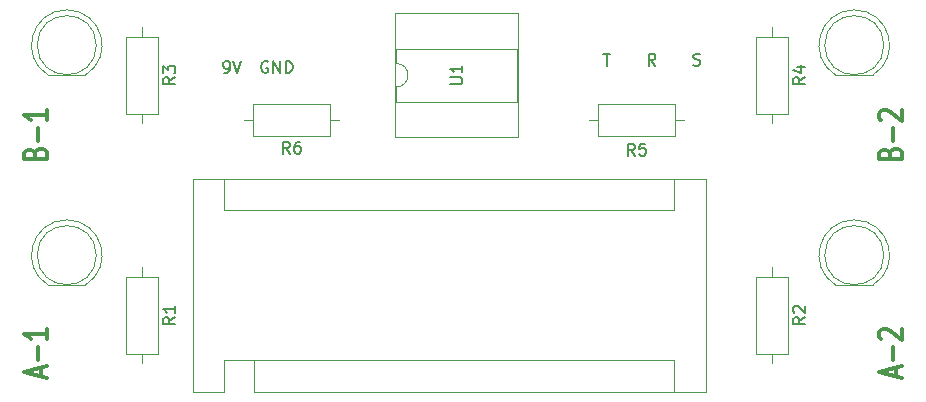
<source format=gbr>
G04 #@! TF.GenerationSoftware,KiCad,Pcbnew,(5.0.1-3-g963ef8bb5)*
G04 #@! TF.CreationDate,2019-07-11T22:25:35+01:00*
G04 #@! TF.ProjectId,KatanaSwitch,4B6174616E615377697463682E6B6963,rev?*
G04 #@! TF.SameCoordinates,Original*
G04 #@! TF.FileFunction,Legend,Top*
G04 #@! TF.FilePolarity,Positive*
%FSLAX46Y46*%
G04 Gerber Fmt 4.6, Leading zero omitted, Abs format (unit mm)*
G04 Created by KiCad (PCBNEW (5.0.1-3-g963ef8bb5)) date Thursday, 11 July 2019 at 22:25:35*
%MOMM*%
%LPD*%
G01*
G04 APERTURE LIST*
%ADD10C,0.150000*%
%ADD11C,0.300000*%
%ADD12C,0.120000*%
G04 APERTURE END LIST*
D10*
X167949523Y-89352380D02*
X167616190Y-88876190D01*
X167378095Y-89352380D02*
X167378095Y-88352380D01*
X167759047Y-88352380D01*
X167854285Y-88400000D01*
X167901904Y-88447619D01*
X167949523Y-88542857D01*
X167949523Y-88685714D01*
X167901904Y-88780952D01*
X167854285Y-88828571D01*
X167759047Y-88876190D01*
X167378095Y-88876190D01*
X163544285Y-88352380D02*
X164115714Y-88352380D01*
X163830000Y-89352380D02*
X163830000Y-88352380D01*
D11*
X115427142Y-96785714D02*
X115522380Y-96571428D01*
X115617619Y-96500000D01*
X115808095Y-96428571D01*
X116093809Y-96428571D01*
X116284285Y-96500000D01*
X116379523Y-96571428D01*
X116474761Y-96714285D01*
X116474761Y-97285714D01*
X114474761Y-97285714D01*
X114474761Y-96785714D01*
X114570000Y-96642857D01*
X114665238Y-96571428D01*
X114855714Y-96500000D01*
X115046190Y-96500000D01*
X115236666Y-96571428D01*
X115331904Y-96642857D01*
X115427142Y-96785714D01*
X115427142Y-97285714D01*
X115712857Y-95785714D02*
X115712857Y-94642857D01*
X116474761Y-93142857D02*
X116474761Y-94000000D01*
X116474761Y-93571428D02*
X114474761Y-93571428D01*
X114760476Y-93714285D01*
X114950952Y-93857142D01*
X115046190Y-94000000D01*
X187817142Y-96785714D02*
X187912380Y-96571428D01*
X188007619Y-96500000D01*
X188198095Y-96428571D01*
X188483809Y-96428571D01*
X188674285Y-96500000D01*
X188769523Y-96571428D01*
X188864761Y-96714285D01*
X188864761Y-97285714D01*
X186864761Y-97285714D01*
X186864761Y-96785714D01*
X186960000Y-96642857D01*
X187055238Y-96571428D01*
X187245714Y-96500000D01*
X187436190Y-96500000D01*
X187626666Y-96571428D01*
X187721904Y-96642857D01*
X187817142Y-96785714D01*
X187817142Y-97285714D01*
X188102857Y-95785714D02*
X188102857Y-94642857D01*
X187055238Y-94000000D02*
X186960000Y-93928571D01*
X186864761Y-93785714D01*
X186864761Y-93428571D01*
X186960000Y-93285714D01*
X187055238Y-93214285D01*
X187245714Y-93142857D01*
X187436190Y-93142857D01*
X187721904Y-93214285D01*
X188864761Y-94071428D01*
X188864761Y-93142857D01*
X188293333Y-115665000D02*
X188293333Y-114950714D01*
X188864761Y-115807857D02*
X186864761Y-115307857D01*
X188864761Y-114807857D01*
X188102857Y-114307857D02*
X188102857Y-113165000D01*
X187055238Y-112522142D02*
X186960000Y-112450714D01*
X186864761Y-112307857D01*
X186864761Y-111950714D01*
X186960000Y-111807857D01*
X187055238Y-111736428D01*
X187245714Y-111665000D01*
X187436190Y-111665000D01*
X187721904Y-111736428D01*
X188864761Y-112593571D01*
X188864761Y-111665000D01*
X115903333Y-115665000D02*
X115903333Y-114950714D01*
X116474761Y-115807857D02*
X114474761Y-115307857D01*
X116474761Y-114807857D01*
X115712857Y-114307857D02*
X115712857Y-113165000D01*
X116474761Y-111665000D02*
X116474761Y-112522142D01*
X116474761Y-112093571D02*
X114474761Y-112093571D01*
X114760476Y-112236428D01*
X114950952Y-112379285D01*
X115046190Y-112522142D01*
D10*
X171164285Y-89304761D02*
X171307142Y-89352380D01*
X171545238Y-89352380D01*
X171640476Y-89304761D01*
X171688095Y-89257142D01*
X171735714Y-89161904D01*
X171735714Y-89066666D01*
X171688095Y-88971428D01*
X171640476Y-88923809D01*
X171545238Y-88876190D01*
X171354761Y-88828571D01*
X171259523Y-88780952D01*
X171211904Y-88733333D01*
X171164285Y-88638095D01*
X171164285Y-88542857D01*
X171211904Y-88447619D01*
X171259523Y-88400000D01*
X171354761Y-88352380D01*
X171592857Y-88352380D01*
X171735714Y-88400000D01*
X135128095Y-89035000D02*
X135032857Y-88987380D01*
X134890000Y-88987380D01*
X134747142Y-89035000D01*
X134651904Y-89130238D01*
X134604285Y-89225476D01*
X134556666Y-89415952D01*
X134556666Y-89558809D01*
X134604285Y-89749285D01*
X134651904Y-89844523D01*
X134747142Y-89939761D01*
X134890000Y-89987380D01*
X134985238Y-89987380D01*
X135128095Y-89939761D01*
X135175714Y-89892142D01*
X135175714Y-89558809D01*
X134985238Y-89558809D01*
X135604285Y-89987380D02*
X135604285Y-88987380D01*
X136175714Y-89987380D01*
X136175714Y-88987380D01*
X136651904Y-89987380D02*
X136651904Y-88987380D01*
X136890000Y-88987380D01*
X137032857Y-89035000D01*
X137128095Y-89130238D01*
X137175714Y-89225476D01*
X137223333Y-89415952D01*
X137223333Y-89558809D01*
X137175714Y-89749285D01*
X137128095Y-89844523D01*
X137032857Y-89939761D01*
X136890000Y-89987380D01*
X136651904Y-89987380D01*
X131460952Y-89987380D02*
X131651428Y-89987380D01*
X131746666Y-89939761D01*
X131794285Y-89892142D01*
X131889523Y-89749285D01*
X131937142Y-89558809D01*
X131937142Y-89177857D01*
X131889523Y-89082619D01*
X131841904Y-89035000D01*
X131746666Y-88987380D01*
X131556190Y-88987380D01*
X131460952Y-89035000D01*
X131413333Y-89082619D01*
X131365714Y-89177857D01*
X131365714Y-89415952D01*
X131413333Y-89511190D01*
X131460952Y-89558809D01*
X131556190Y-89606428D01*
X131746666Y-89606428D01*
X131841904Y-89558809D01*
X131889523Y-89511190D01*
X131937142Y-89415952D01*
X132222857Y-88987380D02*
X132556190Y-89987380D01*
X132889523Y-88987380D01*
D12*
G04 #@! TO.C,A1*
X133985000Y-114300000D02*
X131445000Y-114300000D01*
X131445000Y-114300000D02*
X131445000Y-116970000D01*
X133985000Y-116970000D02*
X172215000Y-116970000D01*
X128775000Y-116970000D02*
X131445000Y-116970000D01*
X131445000Y-101600000D02*
X131445000Y-98930000D01*
X131445000Y-101600000D02*
X169545000Y-101600000D01*
X169545000Y-101600000D02*
X169545000Y-98930000D01*
X133985000Y-114300000D02*
X133985000Y-116970000D01*
X133985000Y-114300000D02*
X169545000Y-114300000D01*
X169545000Y-114300000D02*
X169545000Y-116970000D01*
X172215000Y-116970000D02*
X172215000Y-98930000D01*
X172215000Y-98930000D02*
X128775000Y-98930000D01*
X128775000Y-98930000D02*
X128775000Y-116970000D01*
G04 #@! TO.C,U1*
X145990000Y-89170000D02*
G75*
G02X145990000Y-91170000I0J-1000000D01*
G01*
X145990000Y-91170000D02*
X145990000Y-92420000D01*
X145990000Y-92420000D02*
X156270000Y-92420000D01*
X156270000Y-92420000D02*
X156270000Y-87920000D01*
X156270000Y-87920000D02*
X145990000Y-87920000D01*
X145990000Y-87920000D02*
X145990000Y-89170000D01*
X145930000Y-95420000D02*
X156330000Y-95420000D01*
X156330000Y-95420000D02*
X156330000Y-84920000D01*
X156330000Y-84920000D02*
X145930000Y-84920000D01*
X145930000Y-84920000D02*
X145930000Y-95420000D01*
G04 #@! TO.C,D1*
X118110462Y-102420000D02*
G75*
G03X116565170Y-107970000I-462J-2990000D01*
G01*
X118109538Y-102420000D02*
G75*
G02X119654830Y-107970000I462J-2990000D01*
G01*
X120610000Y-105410000D02*
G75*
G03X120610000Y-105410000I-2500000J0D01*
G01*
X116565000Y-107970000D02*
X119655000Y-107970000D01*
G04 #@! TO.C,D2*
X184785462Y-102420000D02*
G75*
G03X183240170Y-107970000I-462J-2990000D01*
G01*
X184784538Y-102420000D02*
G75*
G02X186329830Y-107970000I462J-2990000D01*
G01*
X187285000Y-105410000D02*
G75*
G03X187285000Y-105410000I-2500000J0D01*
G01*
X183240000Y-107970000D02*
X186330000Y-107970000D01*
G04 #@! TO.C,D3*
X116565000Y-90190000D02*
X119655000Y-90190000D01*
X120610000Y-87630000D02*
G75*
G03X120610000Y-87630000I-2500000J0D01*
G01*
X118109538Y-84640000D02*
G75*
G02X119654830Y-90190000I462J-2990000D01*
G01*
X118110462Y-84640000D02*
G75*
G03X116565170Y-90190000I-462J-2990000D01*
G01*
G04 #@! TO.C,D4*
X183240000Y-90190000D02*
X186330000Y-90190000D01*
X187285000Y-87630000D02*
G75*
G03X187285000Y-87630000I-2500000J0D01*
G01*
X184784538Y-84640000D02*
G75*
G02X186329830Y-90190000I462J-2990000D01*
G01*
X184785462Y-84640000D02*
G75*
G03X183240170Y-90190000I-462J-2990000D01*
G01*
G04 #@! TO.C,R1*
X125830000Y-107220000D02*
X123090000Y-107220000D01*
X123090000Y-107220000D02*
X123090000Y-113760000D01*
X123090000Y-113760000D02*
X125830000Y-113760000D01*
X125830000Y-113760000D02*
X125830000Y-107220000D01*
X124460000Y-106450000D02*
X124460000Y-107220000D01*
X124460000Y-114530000D02*
X124460000Y-113760000D01*
G04 #@! TO.C,R2*
X177800000Y-114530000D02*
X177800000Y-113760000D01*
X177800000Y-106450000D02*
X177800000Y-107220000D01*
X179170000Y-113760000D02*
X179170000Y-107220000D01*
X176430000Y-113760000D02*
X179170000Y-113760000D01*
X176430000Y-107220000D02*
X176430000Y-113760000D01*
X179170000Y-107220000D02*
X176430000Y-107220000D01*
G04 #@! TO.C,R3*
X124460000Y-94210000D02*
X124460000Y-93440000D01*
X124460000Y-86130000D02*
X124460000Y-86900000D01*
X125830000Y-93440000D02*
X125830000Y-86900000D01*
X123090000Y-93440000D02*
X125830000Y-93440000D01*
X123090000Y-86900000D02*
X123090000Y-93440000D01*
X125830000Y-86900000D02*
X123090000Y-86900000D01*
G04 #@! TO.C,R4*
X179170000Y-86900000D02*
X176430000Y-86900000D01*
X176430000Y-86900000D02*
X176430000Y-93440000D01*
X176430000Y-93440000D02*
X179170000Y-93440000D01*
X179170000Y-93440000D02*
X179170000Y-86900000D01*
X177800000Y-86130000D02*
X177800000Y-86900000D01*
X177800000Y-94210000D02*
X177800000Y-93440000D01*
G04 #@! TO.C,R5*
X163100000Y-92610000D02*
X163100000Y-95350000D01*
X163100000Y-95350000D02*
X169640000Y-95350000D01*
X169640000Y-95350000D02*
X169640000Y-92610000D01*
X169640000Y-92610000D02*
X163100000Y-92610000D01*
X162330000Y-93980000D02*
X163100000Y-93980000D01*
X170410000Y-93980000D02*
X169640000Y-93980000D01*
G04 #@! TO.C,R6*
X133120000Y-93980000D02*
X133890000Y-93980000D01*
X141200000Y-93980000D02*
X140430000Y-93980000D01*
X133890000Y-95350000D02*
X140430000Y-95350000D01*
X133890000Y-92610000D02*
X133890000Y-95350000D01*
X140430000Y-92610000D02*
X133890000Y-92610000D01*
X140430000Y-95350000D02*
X140430000Y-92610000D01*
G04 #@! TO.C,U1*
D10*
X150582380Y-90931904D02*
X151391904Y-90931904D01*
X151487142Y-90884285D01*
X151534761Y-90836666D01*
X151582380Y-90741428D01*
X151582380Y-90550952D01*
X151534761Y-90455714D01*
X151487142Y-90408095D01*
X151391904Y-90360476D01*
X150582380Y-90360476D01*
X151582380Y-89360476D02*
X151582380Y-89931904D01*
X151582380Y-89646190D02*
X150582380Y-89646190D01*
X150725238Y-89741428D01*
X150820476Y-89836666D01*
X150868095Y-89931904D01*
G04 #@! TO.C,R1*
X127282380Y-110656666D02*
X126806190Y-110990000D01*
X127282380Y-111228095D02*
X126282380Y-111228095D01*
X126282380Y-110847142D01*
X126330000Y-110751904D01*
X126377619Y-110704285D01*
X126472857Y-110656666D01*
X126615714Y-110656666D01*
X126710952Y-110704285D01*
X126758571Y-110751904D01*
X126806190Y-110847142D01*
X126806190Y-111228095D01*
X127282380Y-109704285D02*
X127282380Y-110275714D01*
X127282380Y-109990000D02*
X126282380Y-109990000D01*
X126425238Y-110085238D01*
X126520476Y-110180476D01*
X126568095Y-110275714D01*
G04 #@! TO.C,R2*
X180622380Y-110656666D02*
X180146190Y-110990000D01*
X180622380Y-111228095D02*
X179622380Y-111228095D01*
X179622380Y-110847142D01*
X179670000Y-110751904D01*
X179717619Y-110704285D01*
X179812857Y-110656666D01*
X179955714Y-110656666D01*
X180050952Y-110704285D01*
X180098571Y-110751904D01*
X180146190Y-110847142D01*
X180146190Y-111228095D01*
X179717619Y-110275714D02*
X179670000Y-110228095D01*
X179622380Y-110132857D01*
X179622380Y-109894761D01*
X179670000Y-109799523D01*
X179717619Y-109751904D01*
X179812857Y-109704285D01*
X179908095Y-109704285D01*
X180050952Y-109751904D01*
X180622380Y-110323333D01*
X180622380Y-109704285D01*
G04 #@! TO.C,R3*
X127282380Y-90336666D02*
X126806190Y-90670000D01*
X127282380Y-90908095D02*
X126282380Y-90908095D01*
X126282380Y-90527142D01*
X126330000Y-90431904D01*
X126377619Y-90384285D01*
X126472857Y-90336666D01*
X126615714Y-90336666D01*
X126710952Y-90384285D01*
X126758571Y-90431904D01*
X126806190Y-90527142D01*
X126806190Y-90908095D01*
X126282380Y-90003333D02*
X126282380Y-89384285D01*
X126663333Y-89717619D01*
X126663333Y-89574761D01*
X126710952Y-89479523D01*
X126758571Y-89431904D01*
X126853809Y-89384285D01*
X127091904Y-89384285D01*
X127187142Y-89431904D01*
X127234761Y-89479523D01*
X127282380Y-89574761D01*
X127282380Y-89860476D01*
X127234761Y-89955714D01*
X127187142Y-90003333D01*
G04 #@! TO.C,R4*
X180622380Y-90336666D02*
X180146190Y-90670000D01*
X180622380Y-90908095D02*
X179622380Y-90908095D01*
X179622380Y-90527142D01*
X179670000Y-90431904D01*
X179717619Y-90384285D01*
X179812857Y-90336666D01*
X179955714Y-90336666D01*
X180050952Y-90384285D01*
X180098571Y-90431904D01*
X180146190Y-90527142D01*
X180146190Y-90908095D01*
X179955714Y-89479523D02*
X180622380Y-89479523D01*
X179574761Y-89717619D02*
X180289047Y-89955714D01*
X180289047Y-89336666D01*
G04 #@! TO.C,R5*
X166203333Y-96972380D02*
X165870000Y-96496190D01*
X165631904Y-96972380D02*
X165631904Y-95972380D01*
X166012857Y-95972380D01*
X166108095Y-96020000D01*
X166155714Y-96067619D01*
X166203333Y-96162857D01*
X166203333Y-96305714D01*
X166155714Y-96400952D01*
X166108095Y-96448571D01*
X166012857Y-96496190D01*
X165631904Y-96496190D01*
X167108095Y-95972380D02*
X166631904Y-95972380D01*
X166584285Y-96448571D01*
X166631904Y-96400952D01*
X166727142Y-96353333D01*
X166965238Y-96353333D01*
X167060476Y-96400952D01*
X167108095Y-96448571D01*
X167155714Y-96543809D01*
X167155714Y-96781904D01*
X167108095Y-96877142D01*
X167060476Y-96924761D01*
X166965238Y-96972380D01*
X166727142Y-96972380D01*
X166631904Y-96924761D01*
X166584285Y-96877142D01*
G04 #@! TO.C,R6*
X136993333Y-96802380D02*
X136660000Y-96326190D01*
X136421904Y-96802380D02*
X136421904Y-95802380D01*
X136802857Y-95802380D01*
X136898095Y-95850000D01*
X136945714Y-95897619D01*
X136993333Y-95992857D01*
X136993333Y-96135714D01*
X136945714Y-96230952D01*
X136898095Y-96278571D01*
X136802857Y-96326190D01*
X136421904Y-96326190D01*
X137850476Y-95802380D02*
X137660000Y-95802380D01*
X137564761Y-95850000D01*
X137517142Y-95897619D01*
X137421904Y-96040476D01*
X137374285Y-96230952D01*
X137374285Y-96611904D01*
X137421904Y-96707142D01*
X137469523Y-96754761D01*
X137564761Y-96802380D01*
X137755238Y-96802380D01*
X137850476Y-96754761D01*
X137898095Y-96707142D01*
X137945714Y-96611904D01*
X137945714Y-96373809D01*
X137898095Y-96278571D01*
X137850476Y-96230952D01*
X137755238Y-96183333D01*
X137564761Y-96183333D01*
X137469523Y-96230952D01*
X137421904Y-96278571D01*
X137374285Y-96373809D01*
G04 #@! TD*
M02*

</source>
